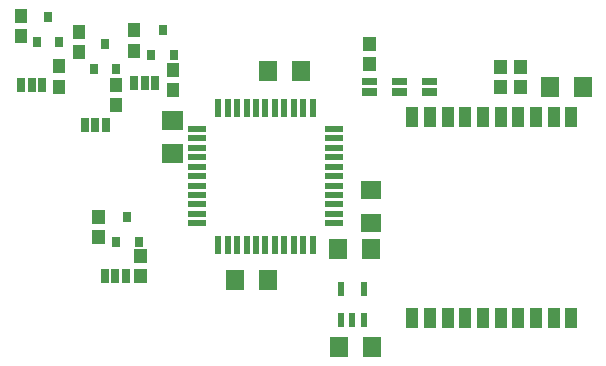
<source format=gtp>
G04 MADE WITH FRITZING*
G04 WWW.FRITZING.ORG*
G04 DOUBLE SIDED*
G04 HOLES PLATED*
G04 CONTOUR ON CENTER OF CONTOUR VECTOR*
%ASAXBY*%
%FSLAX23Y23*%
%MOIN*%
%OFA0B0*%
%SFA1.0B1.0*%
%ADD10R,0.039370X0.070866*%
%ADD11R,0.039370X0.070865*%
%ADD12R,0.059055X0.019685*%
%ADD13R,0.019685X0.059055*%
%ADD14R,0.021654X0.047244*%
%ADD15R,0.043307X0.047244*%
%ADD16R,0.062992X0.070866*%
%ADD17R,0.070866X0.062992*%
%ADD18R,0.025000X0.050000*%
%ADD19R,0.031496X0.035433*%
%LNPASTEMASK1*%
G90*
G70*
G54D10*
X1512Y720D03*
X1453Y720D03*
G54D11*
X1866Y1389D03*
X1925Y1389D03*
G54D10*
X1748Y720D03*
G54D11*
X1807Y1389D03*
X1748Y1389D03*
X1689Y1389D03*
G54D10*
X1571Y720D03*
G54D11*
X1630Y1389D03*
X1571Y1389D03*
X1512Y1389D03*
G54D10*
X1394Y720D03*
X1866Y720D03*
X1630Y720D03*
X1689Y720D03*
G54D11*
X1453Y1389D03*
G54D10*
X1807Y720D03*
G54D11*
X1394Y1389D03*
G54D10*
X1925Y720D03*
G54D12*
X1134Y1225D03*
X1134Y1288D03*
X1134Y1351D03*
G54D13*
X1063Y1422D03*
X1000Y1422D03*
X937Y1422D03*
G54D14*
X1157Y715D03*
X1194Y715D03*
X1232Y715D03*
X1232Y817D03*
X1157Y817D03*
G54D15*
X218Y1492D03*
X218Y1559D03*
X90Y1660D03*
X90Y1727D03*
X596Y1548D03*
X596Y1481D03*
X406Y1429D03*
X406Y1496D03*
X283Y1608D03*
X283Y1675D03*
X468Y1679D03*
X468Y1612D03*
G54D16*
X1852Y1492D03*
X1962Y1492D03*
X803Y848D03*
X914Y848D03*
G54D17*
X1257Y1148D03*
X1257Y1038D03*
G54D16*
X1150Y625D03*
X1260Y625D03*
X1148Y950D03*
X1258Y950D03*
X915Y1545D03*
X1025Y1545D03*
G54D18*
X303Y1364D03*
X338Y1364D03*
X373Y1364D03*
X370Y860D03*
X405Y860D03*
X440Y860D03*
X161Y1496D03*
X126Y1496D03*
X91Y1496D03*
X467Y1505D03*
X502Y1505D03*
X537Y1505D03*
G54D19*
X332Y1551D03*
X407Y1551D03*
X369Y1634D03*
X407Y974D03*
X482Y974D03*
X444Y1057D03*
X524Y1597D03*
X599Y1597D03*
X562Y1680D03*
X143Y1642D03*
X217Y1642D03*
X180Y1725D03*
G36*
X738Y994D02*
X758Y994D01*
X758Y935D01*
X738Y935D01*
X738Y994D01*
G37*
D02*
G36*
X769Y994D02*
X789Y994D01*
X789Y935D01*
X769Y935D01*
X769Y994D01*
G37*
D02*
G36*
X801Y994D02*
X821Y994D01*
X821Y935D01*
X801Y935D01*
X801Y994D01*
G37*
D02*
G36*
X832Y994D02*
X852Y994D01*
X852Y935D01*
X832Y935D01*
X832Y994D01*
G37*
D02*
G36*
X864Y994D02*
X884Y994D01*
X884Y935D01*
X864Y935D01*
X864Y994D01*
G37*
D02*
G36*
X895Y994D02*
X915Y994D01*
X915Y935D01*
X895Y935D01*
X895Y994D01*
G37*
D02*
G36*
X927Y994D02*
X947Y994D01*
X947Y935D01*
X927Y935D01*
X927Y994D01*
G37*
D02*
G36*
X958Y994D02*
X978Y994D01*
X978Y935D01*
X958Y935D01*
X958Y994D01*
G37*
D02*
G36*
X990Y994D02*
X1010Y994D01*
X1010Y935D01*
X990Y935D01*
X990Y994D01*
G37*
D02*
G36*
X1021Y994D02*
X1041Y994D01*
X1041Y935D01*
X1021Y935D01*
X1021Y994D01*
G37*
D02*
G36*
X1053Y994D02*
X1073Y994D01*
X1073Y935D01*
X1053Y935D01*
X1053Y994D01*
G37*
D02*
G36*
X1104Y1046D02*
X1163Y1046D01*
X1163Y1026D01*
X1104Y1026D01*
X1104Y1046D01*
G37*
D02*
G36*
X1104Y1077D02*
X1163Y1077D01*
X1163Y1057D01*
X1104Y1057D01*
X1104Y1077D01*
G37*
D02*
G36*
X1104Y1109D02*
X1163Y1109D01*
X1163Y1089D01*
X1104Y1089D01*
X1104Y1109D01*
G37*
D02*
G36*
X1104Y1140D02*
X1163Y1140D01*
X1163Y1120D01*
X1104Y1120D01*
X1104Y1140D01*
G37*
D02*
G36*
X1104Y1172D02*
X1163Y1172D01*
X1163Y1152D01*
X1104Y1152D01*
X1104Y1172D01*
G37*
D02*
G36*
X1104Y1203D02*
X1163Y1203D01*
X1163Y1183D01*
X1104Y1183D01*
X1104Y1203D01*
G37*
D02*
G36*
X1104Y1266D02*
X1163Y1266D01*
X1163Y1246D01*
X1104Y1246D01*
X1104Y1266D01*
G37*
D02*
G36*
X1104Y1329D02*
X1163Y1329D01*
X1163Y1309D01*
X1104Y1309D01*
X1104Y1329D01*
G37*
D02*
G36*
X1021Y1451D02*
X1041Y1451D01*
X1041Y1392D01*
X1021Y1392D01*
X1021Y1451D01*
G37*
D02*
G36*
X958Y1451D02*
X978Y1451D01*
X978Y1392D01*
X958Y1392D01*
X958Y1451D01*
G37*
D02*
G36*
X895Y1451D02*
X915Y1451D01*
X915Y1392D01*
X895Y1392D01*
X895Y1451D01*
G37*
D02*
G36*
X864Y1451D02*
X884Y1451D01*
X884Y1392D01*
X864Y1392D01*
X864Y1451D01*
G37*
D02*
G36*
X832Y1451D02*
X852Y1451D01*
X852Y1392D01*
X832Y1392D01*
X832Y1451D01*
G37*
D02*
G36*
X801Y1451D02*
X821Y1451D01*
X821Y1392D01*
X801Y1392D01*
X801Y1451D01*
G37*
D02*
G36*
X769Y1451D02*
X789Y1451D01*
X789Y1392D01*
X769Y1392D01*
X769Y1451D01*
G37*
D02*
G36*
X738Y1451D02*
X758Y1451D01*
X758Y1392D01*
X738Y1392D01*
X738Y1451D01*
G37*
D02*
G36*
X647Y1361D02*
X706Y1361D01*
X706Y1341D01*
X647Y1341D01*
X647Y1361D01*
G37*
D02*
G36*
X647Y1329D02*
X706Y1329D01*
X706Y1309D01*
X647Y1309D01*
X647Y1329D01*
G37*
D02*
G36*
X647Y1298D02*
X706Y1298D01*
X706Y1278D01*
X647Y1278D01*
X647Y1298D01*
G37*
D02*
G36*
X647Y1266D02*
X706Y1266D01*
X706Y1246D01*
X647Y1246D01*
X647Y1266D01*
G37*
D02*
G36*
X647Y1235D02*
X706Y1235D01*
X706Y1215D01*
X647Y1215D01*
X647Y1235D01*
G37*
D02*
G36*
X647Y1203D02*
X706Y1203D01*
X706Y1183D01*
X647Y1183D01*
X647Y1203D01*
G37*
D02*
G36*
X647Y1172D02*
X706Y1172D01*
X706Y1152D01*
X647Y1152D01*
X647Y1172D01*
G37*
D02*
G36*
X647Y1140D02*
X706Y1140D01*
X706Y1120D01*
X647Y1120D01*
X647Y1140D01*
G37*
D02*
G36*
X647Y1109D02*
X706Y1109D01*
X706Y1089D01*
X647Y1089D01*
X647Y1109D01*
G37*
D02*
G36*
X647Y1077D02*
X706Y1077D01*
X706Y1057D01*
X647Y1057D01*
X647Y1077D01*
G37*
D02*
G36*
X647Y1046D02*
X706Y1046D01*
X706Y1026D01*
X647Y1026D01*
X647Y1046D01*
G37*
D02*
G36*
X369Y1035D02*
X326Y1035D01*
X326Y1082D01*
X369Y1082D01*
X369Y1035D01*
G37*
D02*
G36*
X369Y968D02*
X326Y968D01*
X326Y1015D01*
X369Y1015D01*
X369Y968D01*
G37*
D02*
G36*
X511Y904D02*
X467Y904D01*
X467Y952D01*
X511Y952D01*
X511Y904D01*
G37*
D02*
G36*
X511Y837D02*
X467Y837D01*
X467Y885D01*
X511Y885D01*
X511Y837D01*
G37*
D02*
G36*
X630Y1347D02*
X559Y1347D01*
X559Y1410D01*
X630Y1410D01*
X630Y1347D01*
G37*
D02*
G36*
X630Y1237D02*
X559Y1237D01*
X559Y1300D01*
X630Y1300D01*
X630Y1237D01*
G37*
D02*
G36*
X1378Y1497D02*
X1328Y1497D01*
X1328Y1522D01*
X1378Y1522D01*
X1378Y1497D01*
G37*
D02*
G36*
X1378Y1461D02*
X1328Y1461D01*
X1328Y1486D01*
X1378Y1486D01*
X1378Y1461D01*
G37*
D02*
G36*
X1477Y1497D02*
X1427Y1497D01*
X1427Y1522D01*
X1477Y1522D01*
X1477Y1497D01*
G37*
D02*
G36*
X1477Y1461D02*
X1427Y1461D01*
X1427Y1486D01*
X1477Y1486D01*
X1477Y1461D01*
G37*
D02*
G36*
X1277Y1497D02*
X1227Y1497D01*
X1227Y1522D01*
X1277Y1522D01*
X1277Y1497D01*
G37*
D02*
G36*
X1277Y1461D02*
X1227Y1461D01*
X1227Y1486D01*
X1277Y1486D01*
X1277Y1461D01*
G37*
D02*
G36*
X1710Y1535D02*
X1667Y1535D01*
X1667Y1582D01*
X1710Y1582D01*
X1710Y1535D01*
G37*
D02*
G36*
X1710Y1468D02*
X1667Y1468D01*
X1667Y1515D01*
X1710Y1515D01*
X1710Y1468D01*
G37*
D02*
G36*
X1776Y1535D02*
X1733Y1535D01*
X1733Y1582D01*
X1776Y1582D01*
X1776Y1535D01*
G37*
D02*
G36*
X1776Y1468D02*
X1733Y1468D01*
X1733Y1515D01*
X1776Y1515D01*
X1776Y1468D01*
G37*
D02*
G36*
X1274Y1610D02*
X1231Y1610D01*
X1231Y1658D01*
X1274Y1658D01*
X1274Y1610D01*
G37*
D02*
G36*
X1274Y1543D02*
X1231Y1543D01*
X1231Y1591D01*
X1274Y1591D01*
X1274Y1543D01*
G37*
D02*
G04 End of PasteMask1*
M02*
</source>
